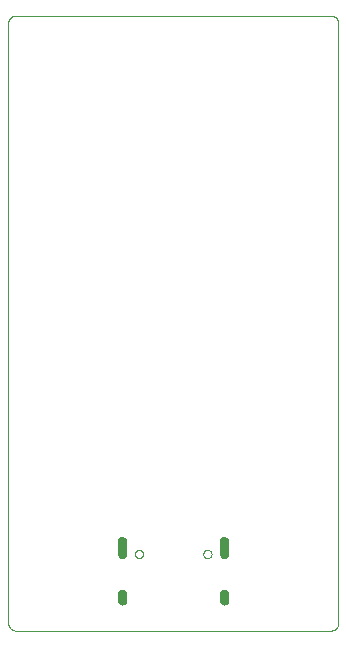
<source format=gko>
G75*
%MOIN*%
%OFA0B0*%
%FSLAX25Y25*%
%IPPOS*%
%LPD*%
%AMOC8*
5,1,8,0,0,1.08239X$1,22.5*
%
%ADD10C,0.00000*%
%ADD11C,0.02559*%
D10*
X0007083Y0005050D02*
X0007083Y0205050D01*
X0007085Y0205148D01*
X0007091Y0205246D01*
X0007100Y0205344D01*
X0007114Y0205441D01*
X0007131Y0205538D01*
X0007152Y0205634D01*
X0007177Y0205729D01*
X0007205Y0205823D01*
X0007238Y0205915D01*
X0007273Y0206007D01*
X0007313Y0206097D01*
X0007355Y0206185D01*
X0007402Y0206272D01*
X0007451Y0206356D01*
X0007504Y0206439D01*
X0007560Y0206519D01*
X0007620Y0206598D01*
X0007682Y0206674D01*
X0007747Y0206747D01*
X0007815Y0206818D01*
X0007886Y0206886D01*
X0007959Y0206951D01*
X0008035Y0207013D01*
X0008114Y0207073D01*
X0008194Y0207129D01*
X0008277Y0207182D01*
X0008361Y0207231D01*
X0008448Y0207278D01*
X0008536Y0207320D01*
X0008626Y0207360D01*
X0008718Y0207395D01*
X0008810Y0207428D01*
X0008904Y0207456D01*
X0008999Y0207481D01*
X0009095Y0207502D01*
X0009192Y0207519D01*
X0009289Y0207533D01*
X0009387Y0207542D01*
X0009485Y0207548D01*
X0009583Y0207550D01*
X0114583Y0207550D01*
X0114681Y0207548D01*
X0114779Y0207542D01*
X0114877Y0207533D01*
X0114974Y0207519D01*
X0115071Y0207502D01*
X0115167Y0207481D01*
X0115262Y0207456D01*
X0115356Y0207428D01*
X0115448Y0207395D01*
X0115540Y0207360D01*
X0115630Y0207320D01*
X0115718Y0207278D01*
X0115805Y0207231D01*
X0115889Y0207182D01*
X0115972Y0207129D01*
X0116052Y0207073D01*
X0116131Y0207013D01*
X0116207Y0206951D01*
X0116280Y0206886D01*
X0116351Y0206818D01*
X0116419Y0206747D01*
X0116484Y0206674D01*
X0116546Y0206598D01*
X0116606Y0206519D01*
X0116662Y0206439D01*
X0116715Y0206356D01*
X0116764Y0206272D01*
X0116811Y0206185D01*
X0116853Y0206097D01*
X0116893Y0206007D01*
X0116928Y0205915D01*
X0116961Y0205823D01*
X0116989Y0205729D01*
X0117014Y0205634D01*
X0117035Y0205538D01*
X0117052Y0205441D01*
X0117066Y0205344D01*
X0117075Y0205246D01*
X0117081Y0205148D01*
X0117083Y0205050D01*
X0117083Y0005050D01*
X0117081Y0004952D01*
X0117075Y0004854D01*
X0117066Y0004756D01*
X0117052Y0004659D01*
X0117035Y0004562D01*
X0117014Y0004466D01*
X0116989Y0004371D01*
X0116961Y0004277D01*
X0116928Y0004185D01*
X0116893Y0004093D01*
X0116853Y0004003D01*
X0116811Y0003915D01*
X0116764Y0003828D01*
X0116715Y0003744D01*
X0116662Y0003661D01*
X0116606Y0003581D01*
X0116546Y0003502D01*
X0116484Y0003426D01*
X0116419Y0003353D01*
X0116351Y0003282D01*
X0116280Y0003214D01*
X0116207Y0003149D01*
X0116131Y0003087D01*
X0116052Y0003027D01*
X0115972Y0002971D01*
X0115889Y0002918D01*
X0115805Y0002869D01*
X0115718Y0002822D01*
X0115630Y0002780D01*
X0115540Y0002740D01*
X0115448Y0002705D01*
X0115356Y0002672D01*
X0115262Y0002644D01*
X0115167Y0002619D01*
X0115071Y0002598D01*
X0114974Y0002581D01*
X0114877Y0002567D01*
X0114779Y0002558D01*
X0114681Y0002552D01*
X0114583Y0002550D01*
X0009583Y0002550D01*
X0009485Y0002552D01*
X0009387Y0002558D01*
X0009289Y0002567D01*
X0009192Y0002581D01*
X0009095Y0002598D01*
X0008999Y0002619D01*
X0008904Y0002644D01*
X0008810Y0002672D01*
X0008718Y0002705D01*
X0008626Y0002740D01*
X0008536Y0002780D01*
X0008448Y0002822D01*
X0008361Y0002869D01*
X0008277Y0002918D01*
X0008194Y0002971D01*
X0008114Y0003027D01*
X0008035Y0003087D01*
X0007959Y0003149D01*
X0007886Y0003214D01*
X0007815Y0003282D01*
X0007747Y0003353D01*
X0007682Y0003426D01*
X0007620Y0003502D01*
X0007560Y0003581D01*
X0007504Y0003661D01*
X0007451Y0003744D01*
X0007402Y0003828D01*
X0007355Y0003915D01*
X0007313Y0004003D01*
X0007273Y0004093D01*
X0007238Y0004185D01*
X0007205Y0004277D01*
X0007177Y0004371D01*
X0007152Y0004466D01*
X0007131Y0004562D01*
X0007114Y0004659D01*
X0007100Y0004756D01*
X0007091Y0004854D01*
X0007085Y0004952D01*
X0007083Y0005050D01*
X0043795Y0012530D02*
X0043795Y0014893D01*
X0043797Y0014962D01*
X0043803Y0015031D01*
X0043812Y0015100D01*
X0043825Y0015168D01*
X0043842Y0015235D01*
X0043862Y0015302D01*
X0043886Y0015367D01*
X0043913Y0015430D01*
X0043944Y0015493D01*
X0043978Y0015553D01*
X0044016Y0015611D01*
X0044056Y0015668D01*
X0044099Y0015722D01*
X0044146Y0015773D01*
X0044195Y0015822D01*
X0044246Y0015869D01*
X0044300Y0015912D01*
X0044357Y0015952D01*
X0044415Y0015990D01*
X0044475Y0016024D01*
X0044538Y0016055D01*
X0044601Y0016082D01*
X0044666Y0016106D01*
X0044733Y0016126D01*
X0044800Y0016143D01*
X0044868Y0016156D01*
X0044937Y0016165D01*
X0045006Y0016171D01*
X0045075Y0016173D01*
X0045144Y0016171D01*
X0045213Y0016165D01*
X0045282Y0016156D01*
X0045350Y0016143D01*
X0045417Y0016126D01*
X0045484Y0016106D01*
X0045549Y0016082D01*
X0045612Y0016055D01*
X0045675Y0016024D01*
X0045735Y0015990D01*
X0045793Y0015952D01*
X0045850Y0015912D01*
X0045904Y0015869D01*
X0045955Y0015822D01*
X0046004Y0015773D01*
X0046051Y0015722D01*
X0046094Y0015668D01*
X0046134Y0015611D01*
X0046172Y0015553D01*
X0046206Y0015493D01*
X0046237Y0015430D01*
X0046264Y0015367D01*
X0046288Y0015302D01*
X0046308Y0015235D01*
X0046325Y0015168D01*
X0046338Y0015100D01*
X0046347Y0015031D01*
X0046353Y0014962D01*
X0046355Y0014893D01*
X0046354Y0014893D02*
X0046354Y0012530D01*
X0046355Y0012530D02*
X0046353Y0012461D01*
X0046347Y0012392D01*
X0046338Y0012323D01*
X0046325Y0012255D01*
X0046308Y0012188D01*
X0046288Y0012121D01*
X0046264Y0012056D01*
X0046237Y0011993D01*
X0046206Y0011930D01*
X0046172Y0011870D01*
X0046134Y0011812D01*
X0046094Y0011755D01*
X0046051Y0011701D01*
X0046004Y0011650D01*
X0045955Y0011601D01*
X0045904Y0011554D01*
X0045850Y0011511D01*
X0045793Y0011471D01*
X0045735Y0011433D01*
X0045675Y0011399D01*
X0045612Y0011368D01*
X0045549Y0011341D01*
X0045484Y0011317D01*
X0045417Y0011297D01*
X0045350Y0011280D01*
X0045282Y0011267D01*
X0045213Y0011258D01*
X0045144Y0011252D01*
X0045075Y0011250D01*
X0045006Y0011252D01*
X0044937Y0011258D01*
X0044868Y0011267D01*
X0044800Y0011280D01*
X0044733Y0011297D01*
X0044666Y0011317D01*
X0044601Y0011341D01*
X0044538Y0011368D01*
X0044475Y0011399D01*
X0044415Y0011433D01*
X0044357Y0011471D01*
X0044300Y0011511D01*
X0044246Y0011554D01*
X0044195Y0011601D01*
X0044146Y0011650D01*
X0044099Y0011701D01*
X0044056Y0011755D01*
X0044016Y0011812D01*
X0043978Y0011870D01*
X0043944Y0011930D01*
X0043913Y0011993D01*
X0043886Y0012056D01*
X0043862Y0012121D01*
X0043842Y0012188D01*
X0043825Y0012255D01*
X0043812Y0012323D01*
X0043803Y0012392D01*
X0043797Y0012461D01*
X0043795Y0012530D01*
X0043795Y0028003D02*
X0043795Y0032333D01*
X0043797Y0032402D01*
X0043803Y0032471D01*
X0043812Y0032540D01*
X0043825Y0032608D01*
X0043842Y0032675D01*
X0043862Y0032742D01*
X0043886Y0032807D01*
X0043913Y0032870D01*
X0043944Y0032933D01*
X0043978Y0032993D01*
X0044016Y0033051D01*
X0044056Y0033108D01*
X0044099Y0033162D01*
X0044146Y0033213D01*
X0044195Y0033262D01*
X0044246Y0033309D01*
X0044300Y0033352D01*
X0044357Y0033392D01*
X0044415Y0033430D01*
X0044475Y0033464D01*
X0044538Y0033495D01*
X0044601Y0033522D01*
X0044666Y0033546D01*
X0044733Y0033566D01*
X0044800Y0033583D01*
X0044868Y0033596D01*
X0044937Y0033605D01*
X0045006Y0033611D01*
X0045075Y0033613D01*
X0045144Y0033611D01*
X0045213Y0033605D01*
X0045282Y0033596D01*
X0045350Y0033583D01*
X0045417Y0033566D01*
X0045484Y0033546D01*
X0045549Y0033522D01*
X0045612Y0033495D01*
X0045675Y0033464D01*
X0045735Y0033430D01*
X0045793Y0033392D01*
X0045850Y0033352D01*
X0045904Y0033309D01*
X0045955Y0033262D01*
X0046004Y0033213D01*
X0046051Y0033162D01*
X0046094Y0033108D01*
X0046134Y0033051D01*
X0046172Y0032993D01*
X0046206Y0032933D01*
X0046237Y0032870D01*
X0046264Y0032807D01*
X0046288Y0032742D01*
X0046308Y0032675D01*
X0046325Y0032608D01*
X0046338Y0032540D01*
X0046347Y0032471D01*
X0046353Y0032402D01*
X0046355Y0032333D01*
X0046354Y0032333D02*
X0046354Y0028003D01*
X0046355Y0028003D02*
X0046353Y0027934D01*
X0046347Y0027865D01*
X0046338Y0027796D01*
X0046325Y0027728D01*
X0046308Y0027661D01*
X0046288Y0027594D01*
X0046264Y0027529D01*
X0046237Y0027466D01*
X0046206Y0027403D01*
X0046172Y0027343D01*
X0046134Y0027285D01*
X0046094Y0027228D01*
X0046051Y0027174D01*
X0046004Y0027123D01*
X0045955Y0027074D01*
X0045904Y0027027D01*
X0045850Y0026984D01*
X0045793Y0026944D01*
X0045735Y0026906D01*
X0045675Y0026872D01*
X0045612Y0026841D01*
X0045549Y0026814D01*
X0045484Y0026790D01*
X0045417Y0026770D01*
X0045350Y0026753D01*
X0045282Y0026740D01*
X0045213Y0026731D01*
X0045144Y0026725D01*
X0045075Y0026723D01*
X0045006Y0026725D01*
X0044937Y0026731D01*
X0044868Y0026740D01*
X0044800Y0026753D01*
X0044733Y0026770D01*
X0044666Y0026790D01*
X0044601Y0026814D01*
X0044538Y0026841D01*
X0044475Y0026872D01*
X0044415Y0026906D01*
X0044357Y0026944D01*
X0044300Y0026984D01*
X0044246Y0027027D01*
X0044195Y0027074D01*
X0044146Y0027123D01*
X0044099Y0027174D01*
X0044056Y0027228D01*
X0044016Y0027285D01*
X0043978Y0027343D01*
X0043944Y0027403D01*
X0043913Y0027466D01*
X0043886Y0027529D01*
X0043862Y0027594D01*
X0043842Y0027661D01*
X0043825Y0027728D01*
X0043812Y0027796D01*
X0043803Y0027865D01*
X0043797Y0027934D01*
X0043795Y0028003D01*
X0049327Y0028081D02*
X0049329Y0028155D01*
X0049335Y0028229D01*
X0049345Y0028302D01*
X0049359Y0028375D01*
X0049376Y0028447D01*
X0049398Y0028517D01*
X0049423Y0028587D01*
X0049452Y0028655D01*
X0049485Y0028721D01*
X0049521Y0028786D01*
X0049561Y0028848D01*
X0049603Y0028909D01*
X0049649Y0028967D01*
X0049698Y0029022D01*
X0049750Y0029075D01*
X0049805Y0029125D01*
X0049862Y0029171D01*
X0049922Y0029215D01*
X0049984Y0029255D01*
X0050048Y0029292D01*
X0050114Y0029326D01*
X0050182Y0029356D01*
X0050251Y0029382D01*
X0050322Y0029405D01*
X0050393Y0029423D01*
X0050466Y0029438D01*
X0050539Y0029449D01*
X0050613Y0029456D01*
X0050687Y0029459D01*
X0050760Y0029458D01*
X0050834Y0029453D01*
X0050908Y0029444D01*
X0050981Y0029431D01*
X0051053Y0029414D01*
X0051124Y0029394D01*
X0051194Y0029369D01*
X0051262Y0029341D01*
X0051329Y0029310D01*
X0051394Y0029274D01*
X0051457Y0029236D01*
X0051518Y0029194D01*
X0051577Y0029148D01*
X0051633Y0029100D01*
X0051686Y0029049D01*
X0051736Y0028995D01*
X0051784Y0028938D01*
X0051828Y0028879D01*
X0051870Y0028817D01*
X0051908Y0028754D01*
X0051942Y0028688D01*
X0051973Y0028621D01*
X0052000Y0028552D01*
X0052023Y0028482D01*
X0052043Y0028411D01*
X0052059Y0028338D01*
X0052071Y0028265D01*
X0052079Y0028192D01*
X0052083Y0028118D01*
X0052083Y0028044D01*
X0052079Y0027970D01*
X0052071Y0027897D01*
X0052059Y0027824D01*
X0052043Y0027751D01*
X0052023Y0027680D01*
X0052000Y0027610D01*
X0051973Y0027541D01*
X0051942Y0027474D01*
X0051908Y0027408D01*
X0051870Y0027345D01*
X0051828Y0027283D01*
X0051784Y0027224D01*
X0051736Y0027167D01*
X0051686Y0027113D01*
X0051633Y0027062D01*
X0051577Y0027014D01*
X0051518Y0026968D01*
X0051457Y0026926D01*
X0051394Y0026888D01*
X0051329Y0026852D01*
X0051262Y0026821D01*
X0051194Y0026793D01*
X0051124Y0026768D01*
X0051053Y0026748D01*
X0050981Y0026731D01*
X0050908Y0026718D01*
X0050834Y0026709D01*
X0050760Y0026704D01*
X0050687Y0026703D01*
X0050613Y0026706D01*
X0050539Y0026713D01*
X0050466Y0026724D01*
X0050393Y0026739D01*
X0050322Y0026757D01*
X0050251Y0026780D01*
X0050182Y0026806D01*
X0050114Y0026836D01*
X0050048Y0026870D01*
X0049984Y0026907D01*
X0049922Y0026947D01*
X0049862Y0026991D01*
X0049805Y0027037D01*
X0049750Y0027087D01*
X0049698Y0027140D01*
X0049649Y0027195D01*
X0049603Y0027253D01*
X0049561Y0027314D01*
X0049521Y0027376D01*
X0049485Y0027441D01*
X0049452Y0027507D01*
X0049423Y0027575D01*
X0049398Y0027645D01*
X0049376Y0027715D01*
X0049359Y0027787D01*
X0049345Y0027860D01*
X0049335Y0027933D01*
X0049329Y0028007D01*
X0049327Y0028081D01*
X0072083Y0028081D02*
X0072085Y0028155D01*
X0072091Y0028229D01*
X0072101Y0028302D01*
X0072115Y0028375D01*
X0072132Y0028447D01*
X0072154Y0028517D01*
X0072179Y0028587D01*
X0072208Y0028655D01*
X0072241Y0028721D01*
X0072277Y0028786D01*
X0072317Y0028848D01*
X0072359Y0028909D01*
X0072405Y0028967D01*
X0072454Y0029022D01*
X0072506Y0029075D01*
X0072561Y0029125D01*
X0072618Y0029171D01*
X0072678Y0029215D01*
X0072740Y0029255D01*
X0072804Y0029292D01*
X0072870Y0029326D01*
X0072938Y0029356D01*
X0073007Y0029382D01*
X0073078Y0029405D01*
X0073149Y0029423D01*
X0073222Y0029438D01*
X0073295Y0029449D01*
X0073369Y0029456D01*
X0073443Y0029459D01*
X0073516Y0029458D01*
X0073590Y0029453D01*
X0073664Y0029444D01*
X0073737Y0029431D01*
X0073809Y0029414D01*
X0073880Y0029394D01*
X0073950Y0029369D01*
X0074018Y0029341D01*
X0074085Y0029310D01*
X0074150Y0029274D01*
X0074213Y0029236D01*
X0074274Y0029194D01*
X0074333Y0029148D01*
X0074389Y0029100D01*
X0074442Y0029049D01*
X0074492Y0028995D01*
X0074540Y0028938D01*
X0074584Y0028879D01*
X0074626Y0028817D01*
X0074664Y0028754D01*
X0074698Y0028688D01*
X0074729Y0028621D01*
X0074756Y0028552D01*
X0074779Y0028482D01*
X0074799Y0028411D01*
X0074815Y0028338D01*
X0074827Y0028265D01*
X0074835Y0028192D01*
X0074839Y0028118D01*
X0074839Y0028044D01*
X0074835Y0027970D01*
X0074827Y0027897D01*
X0074815Y0027824D01*
X0074799Y0027751D01*
X0074779Y0027680D01*
X0074756Y0027610D01*
X0074729Y0027541D01*
X0074698Y0027474D01*
X0074664Y0027408D01*
X0074626Y0027345D01*
X0074584Y0027283D01*
X0074540Y0027224D01*
X0074492Y0027167D01*
X0074442Y0027113D01*
X0074389Y0027062D01*
X0074333Y0027014D01*
X0074274Y0026968D01*
X0074213Y0026926D01*
X0074150Y0026888D01*
X0074085Y0026852D01*
X0074018Y0026821D01*
X0073950Y0026793D01*
X0073880Y0026768D01*
X0073809Y0026748D01*
X0073737Y0026731D01*
X0073664Y0026718D01*
X0073590Y0026709D01*
X0073516Y0026704D01*
X0073443Y0026703D01*
X0073369Y0026706D01*
X0073295Y0026713D01*
X0073222Y0026724D01*
X0073149Y0026739D01*
X0073078Y0026757D01*
X0073007Y0026780D01*
X0072938Y0026806D01*
X0072870Y0026836D01*
X0072804Y0026870D01*
X0072740Y0026907D01*
X0072678Y0026947D01*
X0072618Y0026991D01*
X0072561Y0027037D01*
X0072506Y0027087D01*
X0072454Y0027140D01*
X0072405Y0027195D01*
X0072359Y0027253D01*
X0072317Y0027314D01*
X0072277Y0027376D01*
X0072241Y0027441D01*
X0072208Y0027507D01*
X0072179Y0027575D01*
X0072154Y0027645D01*
X0072132Y0027715D01*
X0072115Y0027787D01*
X0072101Y0027860D01*
X0072091Y0027933D01*
X0072085Y0028007D01*
X0072083Y0028081D01*
X0077811Y0028003D02*
X0077811Y0032333D01*
X0077813Y0032402D01*
X0077819Y0032471D01*
X0077828Y0032540D01*
X0077841Y0032608D01*
X0077858Y0032675D01*
X0077878Y0032742D01*
X0077902Y0032807D01*
X0077929Y0032870D01*
X0077960Y0032933D01*
X0077994Y0032993D01*
X0078032Y0033051D01*
X0078072Y0033108D01*
X0078115Y0033162D01*
X0078162Y0033213D01*
X0078211Y0033262D01*
X0078262Y0033309D01*
X0078316Y0033352D01*
X0078373Y0033392D01*
X0078431Y0033430D01*
X0078491Y0033464D01*
X0078554Y0033495D01*
X0078617Y0033522D01*
X0078682Y0033546D01*
X0078749Y0033566D01*
X0078816Y0033583D01*
X0078884Y0033596D01*
X0078953Y0033605D01*
X0079022Y0033611D01*
X0079091Y0033613D01*
X0079160Y0033611D01*
X0079229Y0033605D01*
X0079298Y0033596D01*
X0079366Y0033583D01*
X0079433Y0033566D01*
X0079500Y0033546D01*
X0079565Y0033522D01*
X0079628Y0033495D01*
X0079691Y0033464D01*
X0079751Y0033430D01*
X0079809Y0033392D01*
X0079866Y0033352D01*
X0079920Y0033309D01*
X0079971Y0033262D01*
X0080020Y0033213D01*
X0080067Y0033162D01*
X0080110Y0033108D01*
X0080150Y0033051D01*
X0080188Y0032993D01*
X0080222Y0032933D01*
X0080253Y0032870D01*
X0080280Y0032807D01*
X0080304Y0032742D01*
X0080324Y0032675D01*
X0080341Y0032608D01*
X0080354Y0032540D01*
X0080363Y0032471D01*
X0080369Y0032402D01*
X0080371Y0032333D01*
X0080370Y0032333D02*
X0080370Y0028003D01*
X0080371Y0028003D02*
X0080369Y0027934D01*
X0080363Y0027865D01*
X0080354Y0027796D01*
X0080341Y0027728D01*
X0080324Y0027661D01*
X0080304Y0027594D01*
X0080280Y0027529D01*
X0080253Y0027466D01*
X0080222Y0027403D01*
X0080188Y0027343D01*
X0080150Y0027285D01*
X0080110Y0027228D01*
X0080067Y0027174D01*
X0080020Y0027123D01*
X0079971Y0027074D01*
X0079920Y0027027D01*
X0079866Y0026984D01*
X0079809Y0026944D01*
X0079751Y0026906D01*
X0079691Y0026872D01*
X0079628Y0026841D01*
X0079565Y0026814D01*
X0079500Y0026790D01*
X0079433Y0026770D01*
X0079366Y0026753D01*
X0079298Y0026740D01*
X0079229Y0026731D01*
X0079160Y0026725D01*
X0079091Y0026723D01*
X0079022Y0026725D01*
X0078953Y0026731D01*
X0078884Y0026740D01*
X0078816Y0026753D01*
X0078749Y0026770D01*
X0078682Y0026790D01*
X0078617Y0026814D01*
X0078554Y0026841D01*
X0078491Y0026872D01*
X0078431Y0026906D01*
X0078373Y0026944D01*
X0078316Y0026984D01*
X0078262Y0027027D01*
X0078211Y0027074D01*
X0078162Y0027123D01*
X0078115Y0027174D01*
X0078072Y0027228D01*
X0078032Y0027285D01*
X0077994Y0027343D01*
X0077960Y0027403D01*
X0077929Y0027466D01*
X0077902Y0027529D01*
X0077878Y0027594D01*
X0077858Y0027661D01*
X0077841Y0027728D01*
X0077828Y0027796D01*
X0077819Y0027865D01*
X0077813Y0027934D01*
X0077811Y0028003D01*
X0077811Y0014893D02*
X0077811Y0012530D01*
X0079091Y0011250D02*
X0079160Y0011252D01*
X0079229Y0011258D01*
X0079298Y0011267D01*
X0079366Y0011280D01*
X0079433Y0011297D01*
X0079500Y0011317D01*
X0079565Y0011341D01*
X0079628Y0011368D01*
X0079691Y0011399D01*
X0079751Y0011433D01*
X0079809Y0011471D01*
X0079866Y0011511D01*
X0079920Y0011554D01*
X0079971Y0011601D01*
X0080020Y0011650D01*
X0080067Y0011701D01*
X0080110Y0011755D01*
X0080150Y0011812D01*
X0080188Y0011870D01*
X0080222Y0011930D01*
X0080253Y0011993D01*
X0080280Y0012056D01*
X0080304Y0012121D01*
X0080324Y0012188D01*
X0080341Y0012255D01*
X0080354Y0012323D01*
X0080363Y0012392D01*
X0080369Y0012461D01*
X0080371Y0012530D01*
X0080370Y0012530D02*
X0080370Y0014893D01*
X0079091Y0016173D02*
X0079022Y0016171D01*
X0078953Y0016165D01*
X0078884Y0016156D01*
X0078816Y0016143D01*
X0078749Y0016126D01*
X0078682Y0016106D01*
X0078617Y0016082D01*
X0078554Y0016055D01*
X0078491Y0016024D01*
X0078431Y0015990D01*
X0078373Y0015952D01*
X0078316Y0015912D01*
X0078262Y0015869D01*
X0078211Y0015822D01*
X0078162Y0015773D01*
X0078115Y0015722D01*
X0078072Y0015668D01*
X0078032Y0015611D01*
X0077994Y0015553D01*
X0077960Y0015493D01*
X0077929Y0015430D01*
X0077902Y0015367D01*
X0077878Y0015302D01*
X0077858Y0015235D01*
X0077841Y0015168D01*
X0077828Y0015100D01*
X0077819Y0015031D01*
X0077813Y0014962D01*
X0077811Y0014893D01*
X0079091Y0016173D02*
X0079160Y0016171D01*
X0079229Y0016165D01*
X0079298Y0016156D01*
X0079366Y0016143D01*
X0079433Y0016126D01*
X0079500Y0016106D01*
X0079565Y0016082D01*
X0079628Y0016055D01*
X0079691Y0016024D01*
X0079751Y0015990D01*
X0079809Y0015952D01*
X0079866Y0015912D01*
X0079920Y0015869D01*
X0079971Y0015822D01*
X0080020Y0015773D01*
X0080067Y0015722D01*
X0080110Y0015668D01*
X0080150Y0015611D01*
X0080188Y0015553D01*
X0080222Y0015493D01*
X0080253Y0015430D01*
X0080280Y0015367D01*
X0080304Y0015302D01*
X0080324Y0015235D01*
X0080341Y0015168D01*
X0080354Y0015100D01*
X0080363Y0015031D01*
X0080369Y0014962D01*
X0080371Y0014893D01*
X0077811Y0012530D02*
X0077813Y0012461D01*
X0077819Y0012392D01*
X0077828Y0012323D01*
X0077841Y0012255D01*
X0077858Y0012188D01*
X0077878Y0012121D01*
X0077902Y0012056D01*
X0077929Y0011993D01*
X0077960Y0011930D01*
X0077994Y0011870D01*
X0078032Y0011812D01*
X0078072Y0011755D01*
X0078115Y0011701D01*
X0078162Y0011650D01*
X0078211Y0011601D01*
X0078262Y0011554D01*
X0078316Y0011511D01*
X0078373Y0011471D01*
X0078431Y0011433D01*
X0078491Y0011399D01*
X0078554Y0011368D01*
X0078617Y0011341D01*
X0078682Y0011317D01*
X0078749Y0011297D01*
X0078816Y0011280D01*
X0078884Y0011267D01*
X0078953Y0011258D01*
X0079022Y0011252D01*
X0079091Y0011250D01*
D11*
X0079091Y0012530D02*
X0079091Y0014893D01*
X0079091Y0028003D02*
X0079091Y0032333D01*
X0045075Y0032333D02*
X0045075Y0028003D01*
X0045075Y0014893D02*
X0045075Y0012530D01*
M02*

</source>
